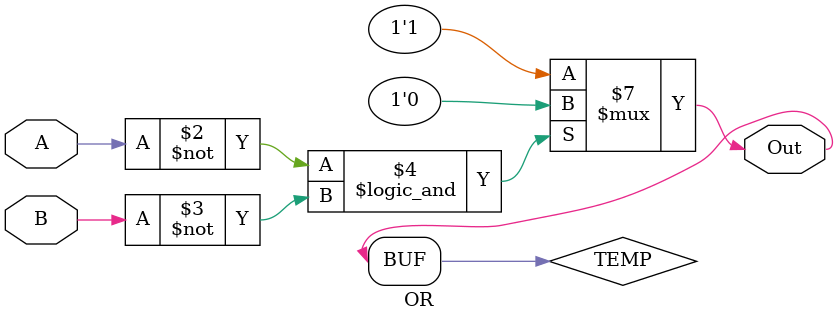
<source format=v>
module OR(
    input wire A,
    input wire B,
    output wire Out
    );

    reg TEMP;
    assign Out = TEMP;
    
    initial TEMP = 0;
    
    always @ (*) begin
        if (A == 0 && B == 0) TEMP = 0;
        else TEMP = 1;
    end
endmodule
</source>
